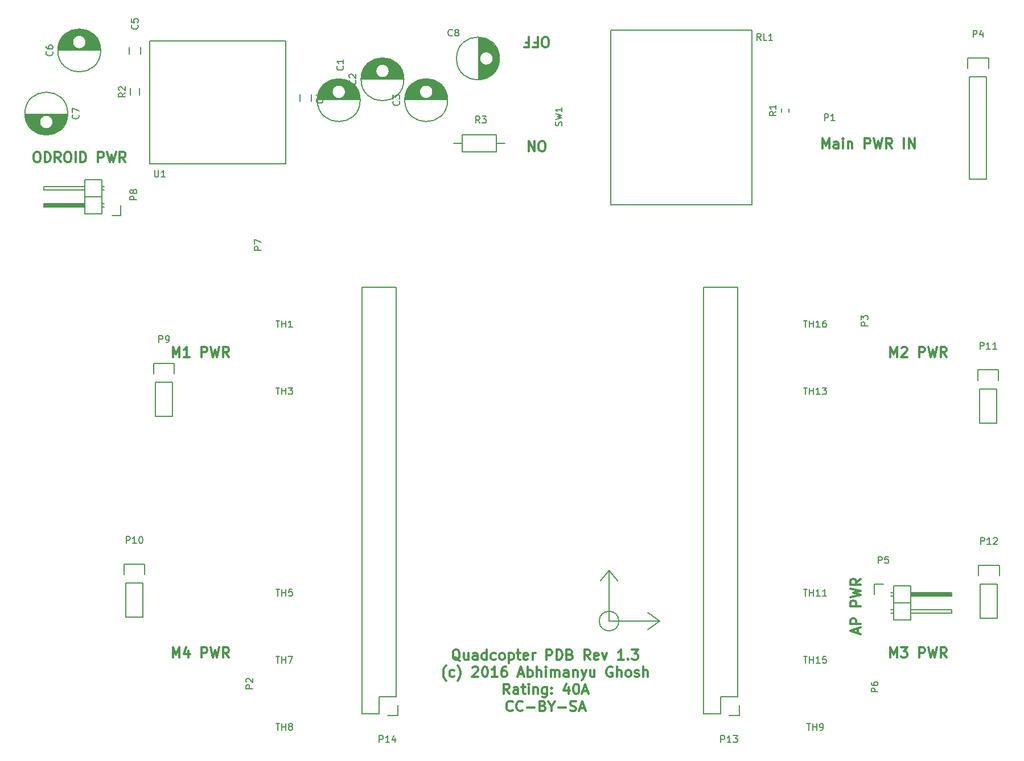
<source format=gbr>
G04 #@! TF.FileFunction,Legend,Top*
%FSLAX46Y46*%
G04 Gerber Fmt 4.6, Leading zero omitted, Abs format (unit mm)*
G04 Created by KiCad (PCBNEW 4.0.5) date Wed Mar 22 03:01:49 2017*
%MOMM*%
%LPD*%
G01*
G04 APERTURE LIST*
%ADD10C,0.100000*%
%ADD11C,0.300000*%
%ADD12C,0.200000*%
%ADD13C,0.150000*%
G04 APERTURE END LIST*
D10*
D11*
X199500000Y-129285714D02*
X199500000Y-128571428D01*
X199928571Y-129428571D02*
X198428571Y-128928571D01*
X199928571Y-128428571D01*
X199928571Y-127928571D02*
X198428571Y-127928571D01*
X198428571Y-127357143D01*
X198500000Y-127214285D01*
X198571429Y-127142857D01*
X198714286Y-127071428D01*
X198928571Y-127071428D01*
X199071429Y-127142857D01*
X199142857Y-127214285D01*
X199214286Y-127357143D01*
X199214286Y-127928571D01*
X199928571Y-125285714D02*
X198428571Y-125285714D01*
X198428571Y-124714286D01*
X198500000Y-124571428D01*
X198571429Y-124500000D01*
X198714286Y-124428571D01*
X198928571Y-124428571D01*
X199071429Y-124500000D01*
X199142857Y-124571428D01*
X199214286Y-124714286D01*
X199214286Y-125285714D01*
X198428571Y-123928571D02*
X199928571Y-123571428D01*
X198857143Y-123285714D01*
X199928571Y-123000000D01*
X198428571Y-122642857D01*
X199928571Y-121214285D02*
X199214286Y-121714285D01*
X199928571Y-122071428D02*
X198428571Y-122071428D01*
X198428571Y-121500000D01*
X198500000Y-121357142D01*
X198571429Y-121285714D01*
X198714286Y-121214285D01*
X198928571Y-121214285D01*
X199071429Y-121285714D01*
X199142857Y-121357142D01*
X199214286Y-121500000D01*
X199214286Y-122071428D01*
X77285714Y-57678571D02*
X77571428Y-57678571D01*
X77714286Y-57750000D01*
X77857143Y-57892857D01*
X77928571Y-58178571D01*
X77928571Y-58678571D01*
X77857143Y-58964286D01*
X77714286Y-59107143D01*
X77571428Y-59178571D01*
X77285714Y-59178571D01*
X77142857Y-59107143D01*
X77000000Y-58964286D01*
X76928571Y-58678571D01*
X76928571Y-58178571D01*
X77000000Y-57892857D01*
X77142857Y-57750000D01*
X77285714Y-57678571D01*
X78571429Y-59178571D02*
X78571429Y-57678571D01*
X78928572Y-57678571D01*
X79142857Y-57750000D01*
X79285715Y-57892857D01*
X79357143Y-58035714D01*
X79428572Y-58321429D01*
X79428572Y-58535714D01*
X79357143Y-58821429D01*
X79285715Y-58964286D01*
X79142857Y-59107143D01*
X78928572Y-59178571D01*
X78571429Y-59178571D01*
X80928572Y-59178571D02*
X80428572Y-58464286D01*
X80071429Y-59178571D02*
X80071429Y-57678571D01*
X80642857Y-57678571D01*
X80785715Y-57750000D01*
X80857143Y-57821429D01*
X80928572Y-57964286D01*
X80928572Y-58178571D01*
X80857143Y-58321429D01*
X80785715Y-58392857D01*
X80642857Y-58464286D01*
X80071429Y-58464286D01*
X81857143Y-57678571D02*
X82142857Y-57678571D01*
X82285715Y-57750000D01*
X82428572Y-57892857D01*
X82500000Y-58178571D01*
X82500000Y-58678571D01*
X82428572Y-58964286D01*
X82285715Y-59107143D01*
X82142857Y-59178571D01*
X81857143Y-59178571D01*
X81714286Y-59107143D01*
X81571429Y-58964286D01*
X81500000Y-58678571D01*
X81500000Y-58178571D01*
X81571429Y-57892857D01*
X81714286Y-57750000D01*
X81857143Y-57678571D01*
X83142858Y-59178571D02*
X83142858Y-57678571D01*
X83857144Y-59178571D02*
X83857144Y-57678571D01*
X84214287Y-57678571D01*
X84428572Y-57750000D01*
X84571430Y-57892857D01*
X84642858Y-58035714D01*
X84714287Y-58321429D01*
X84714287Y-58535714D01*
X84642858Y-58821429D01*
X84571430Y-58964286D01*
X84428572Y-59107143D01*
X84214287Y-59178571D01*
X83857144Y-59178571D01*
X86500001Y-59178571D02*
X86500001Y-57678571D01*
X87071429Y-57678571D01*
X87214287Y-57750000D01*
X87285715Y-57821429D01*
X87357144Y-57964286D01*
X87357144Y-58178571D01*
X87285715Y-58321429D01*
X87214287Y-58392857D01*
X87071429Y-58464286D01*
X86500001Y-58464286D01*
X87857144Y-57678571D02*
X88214287Y-59178571D01*
X88500001Y-58107143D01*
X88785715Y-59178571D01*
X89142858Y-57678571D01*
X90571430Y-59178571D02*
X90071430Y-58464286D01*
X89714287Y-59178571D02*
X89714287Y-57678571D01*
X90285715Y-57678571D01*
X90428573Y-57750000D01*
X90500001Y-57821429D01*
X90571430Y-57964286D01*
X90571430Y-58178571D01*
X90500001Y-58321429D01*
X90428573Y-58392857D01*
X90285715Y-58464286D01*
X89714287Y-58464286D01*
D12*
X163957738Y-127500000D02*
G75*
G03X163957738Y-127500000I-1457738J0D01*
G01*
X170000000Y-127500000D02*
X168250000Y-128750000D01*
X170000000Y-127500000D02*
X168250000Y-126250000D01*
X162500000Y-127500000D02*
X170000000Y-127500000D01*
X162500000Y-120000000D02*
X163750000Y-121500000D01*
X162500000Y-120000000D02*
X161250000Y-121500000D01*
X162500000Y-127500000D02*
X162500000Y-120000000D01*
D11*
X153178571Y-42071429D02*
X152892857Y-42071429D01*
X152749999Y-42000000D01*
X152607142Y-41857143D01*
X152535714Y-41571429D01*
X152535714Y-41071429D01*
X152607142Y-40785714D01*
X152749999Y-40642857D01*
X152892857Y-40571429D01*
X153178571Y-40571429D01*
X153321428Y-40642857D01*
X153464285Y-40785714D01*
X153535714Y-41071429D01*
X153535714Y-41571429D01*
X153464285Y-41857143D01*
X153321428Y-42000000D01*
X153178571Y-42071429D01*
X151392856Y-41357143D02*
X151892856Y-41357143D01*
X151892856Y-40571429D02*
X151892856Y-42071429D01*
X151178570Y-42071429D01*
X150107142Y-41357143D02*
X150607142Y-41357143D01*
X150607142Y-40571429D02*
X150607142Y-42071429D01*
X149892856Y-42071429D01*
X152678572Y-57571429D02*
X152392858Y-57571429D01*
X152250000Y-57500000D01*
X152107143Y-57357143D01*
X152035715Y-57071429D01*
X152035715Y-56571429D01*
X152107143Y-56285714D01*
X152250000Y-56142857D01*
X152392858Y-56071429D01*
X152678572Y-56071429D01*
X152821429Y-56142857D01*
X152964286Y-56285714D01*
X153035715Y-56571429D01*
X153035715Y-57071429D01*
X152964286Y-57357143D01*
X152821429Y-57500000D01*
X152678572Y-57571429D01*
X151392857Y-56071429D02*
X151392857Y-57571429D01*
X150535714Y-56071429D01*
X150535714Y-57571429D01*
X97607143Y-132928571D02*
X97607143Y-131428571D01*
X98107143Y-132500000D01*
X98607143Y-131428571D01*
X98607143Y-132928571D01*
X99964286Y-131928571D02*
X99964286Y-132928571D01*
X99607143Y-131357143D02*
X99250000Y-132428571D01*
X100178572Y-132428571D01*
X101892857Y-132928571D02*
X101892857Y-131428571D01*
X102464285Y-131428571D01*
X102607143Y-131500000D01*
X102678571Y-131571429D01*
X102750000Y-131714286D01*
X102750000Y-131928571D01*
X102678571Y-132071429D01*
X102607143Y-132142857D01*
X102464285Y-132214286D01*
X101892857Y-132214286D01*
X103250000Y-131428571D02*
X103607143Y-132928571D01*
X103892857Y-131857143D01*
X104178571Y-132928571D01*
X104535714Y-131428571D01*
X105964286Y-132928571D02*
X105464286Y-132214286D01*
X105107143Y-132928571D02*
X105107143Y-131428571D01*
X105678571Y-131428571D01*
X105821429Y-131500000D01*
X105892857Y-131571429D01*
X105964286Y-131714286D01*
X105964286Y-131928571D01*
X105892857Y-132071429D01*
X105821429Y-132142857D01*
X105678571Y-132214286D01*
X105107143Y-132214286D01*
X204357143Y-132928571D02*
X204357143Y-131428571D01*
X204857143Y-132500000D01*
X205357143Y-131428571D01*
X205357143Y-132928571D01*
X205928572Y-131428571D02*
X206857143Y-131428571D01*
X206357143Y-132000000D01*
X206571429Y-132000000D01*
X206714286Y-132071429D01*
X206785715Y-132142857D01*
X206857143Y-132285714D01*
X206857143Y-132642857D01*
X206785715Y-132785714D01*
X206714286Y-132857143D01*
X206571429Y-132928571D01*
X206142857Y-132928571D01*
X206000000Y-132857143D01*
X205928572Y-132785714D01*
X208642857Y-132928571D02*
X208642857Y-131428571D01*
X209214285Y-131428571D01*
X209357143Y-131500000D01*
X209428571Y-131571429D01*
X209500000Y-131714286D01*
X209500000Y-131928571D01*
X209428571Y-132071429D01*
X209357143Y-132142857D01*
X209214285Y-132214286D01*
X208642857Y-132214286D01*
X210000000Y-131428571D02*
X210357143Y-132928571D01*
X210642857Y-131857143D01*
X210928571Y-132928571D01*
X211285714Y-131428571D01*
X212714286Y-132928571D02*
X212214286Y-132214286D01*
X211857143Y-132928571D02*
X211857143Y-131428571D01*
X212428571Y-131428571D01*
X212571429Y-131500000D01*
X212642857Y-131571429D01*
X212714286Y-131714286D01*
X212714286Y-131928571D01*
X212642857Y-132071429D01*
X212571429Y-132142857D01*
X212428571Y-132214286D01*
X211857143Y-132214286D01*
X204357143Y-88178571D02*
X204357143Y-86678571D01*
X204857143Y-87750000D01*
X205357143Y-86678571D01*
X205357143Y-88178571D01*
X206000000Y-86821429D02*
X206071429Y-86750000D01*
X206214286Y-86678571D01*
X206571429Y-86678571D01*
X206714286Y-86750000D01*
X206785715Y-86821429D01*
X206857143Y-86964286D01*
X206857143Y-87107143D01*
X206785715Y-87321429D01*
X205928572Y-88178571D01*
X206857143Y-88178571D01*
X208642857Y-88178571D02*
X208642857Y-86678571D01*
X209214285Y-86678571D01*
X209357143Y-86750000D01*
X209428571Y-86821429D01*
X209500000Y-86964286D01*
X209500000Y-87178571D01*
X209428571Y-87321429D01*
X209357143Y-87392857D01*
X209214285Y-87464286D01*
X208642857Y-87464286D01*
X210000000Y-86678571D02*
X210357143Y-88178571D01*
X210642857Y-87107143D01*
X210928571Y-88178571D01*
X211285714Y-86678571D01*
X212714286Y-88178571D02*
X212214286Y-87464286D01*
X211857143Y-88178571D02*
X211857143Y-86678571D01*
X212428571Y-86678571D01*
X212571429Y-86750000D01*
X212642857Y-86821429D01*
X212714286Y-86964286D01*
X212714286Y-87178571D01*
X212642857Y-87321429D01*
X212571429Y-87392857D01*
X212428571Y-87464286D01*
X211857143Y-87464286D01*
X97607143Y-88178571D02*
X97607143Y-86678571D01*
X98107143Y-87750000D01*
X98607143Y-86678571D01*
X98607143Y-88178571D01*
X100107143Y-88178571D02*
X99250000Y-88178571D01*
X99678572Y-88178571D02*
X99678572Y-86678571D01*
X99535715Y-86892857D01*
X99392857Y-87035714D01*
X99250000Y-87107143D01*
X101892857Y-88178571D02*
X101892857Y-86678571D01*
X102464285Y-86678571D01*
X102607143Y-86750000D01*
X102678571Y-86821429D01*
X102750000Y-86964286D01*
X102750000Y-87178571D01*
X102678571Y-87321429D01*
X102607143Y-87392857D01*
X102464285Y-87464286D01*
X101892857Y-87464286D01*
X103250000Y-86678571D02*
X103607143Y-88178571D01*
X103892857Y-87107143D01*
X104178571Y-88178571D01*
X104535714Y-86678571D01*
X105964286Y-88178571D02*
X105464286Y-87464286D01*
X105107143Y-88178571D02*
X105107143Y-86678571D01*
X105678571Y-86678571D01*
X105821429Y-86750000D01*
X105892857Y-86821429D01*
X105964286Y-86964286D01*
X105964286Y-87178571D01*
X105892857Y-87321429D01*
X105821429Y-87392857D01*
X105678571Y-87464286D01*
X105107143Y-87464286D01*
X194242857Y-57128571D02*
X194242857Y-55628571D01*
X194742857Y-56700000D01*
X195242857Y-55628571D01*
X195242857Y-57128571D01*
X196600000Y-57128571D02*
X196600000Y-56342857D01*
X196528571Y-56200000D01*
X196385714Y-56128571D01*
X196100000Y-56128571D01*
X195957143Y-56200000D01*
X196600000Y-57057143D02*
X196457143Y-57128571D01*
X196100000Y-57128571D01*
X195957143Y-57057143D01*
X195885714Y-56914286D01*
X195885714Y-56771429D01*
X195957143Y-56628571D01*
X196100000Y-56557143D01*
X196457143Y-56557143D01*
X196600000Y-56485714D01*
X197314286Y-57128571D02*
X197314286Y-56128571D01*
X197314286Y-55628571D02*
X197242857Y-55700000D01*
X197314286Y-55771429D01*
X197385714Y-55700000D01*
X197314286Y-55628571D01*
X197314286Y-55771429D01*
X198028572Y-56128571D02*
X198028572Y-57128571D01*
X198028572Y-56271429D02*
X198100000Y-56200000D01*
X198242858Y-56128571D01*
X198457143Y-56128571D01*
X198600000Y-56200000D01*
X198671429Y-56342857D01*
X198671429Y-57128571D01*
X200528572Y-57128571D02*
X200528572Y-55628571D01*
X201100000Y-55628571D01*
X201242858Y-55700000D01*
X201314286Y-55771429D01*
X201385715Y-55914286D01*
X201385715Y-56128571D01*
X201314286Y-56271429D01*
X201242858Y-56342857D01*
X201100000Y-56414286D01*
X200528572Y-56414286D01*
X201885715Y-55628571D02*
X202242858Y-57128571D01*
X202528572Y-56057143D01*
X202814286Y-57128571D01*
X203171429Y-55628571D01*
X204600001Y-57128571D02*
X204100001Y-56414286D01*
X203742858Y-57128571D02*
X203742858Y-55628571D01*
X204314286Y-55628571D01*
X204457144Y-55700000D01*
X204528572Y-55771429D01*
X204600001Y-55914286D01*
X204600001Y-56128571D01*
X204528572Y-56271429D01*
X204457144Y-56342857D01*
X204314286Y-56414286D01*
X203742858Y-56414286D01*
X206385715Y-57128571D02*
X206385715Y-55628571D01*
X207100001Y-57128571D02*
X207100001Y-55628571D01*
X207957144Y-57128571D01*
X207957144Y-55628571D01*
X140335715Y-133396429D02*
X140192858Y-133325000D01*
X140050001Y-133182143D01*
X139835715Y-132967857D01*
X139692858Y-132896429D01*
X139550001Y-132896429D01*
X139621429Y-133253571D02*
X139478572Y-133182143D01*
X139335715Y-133039286D01*
X139264286Y-132753571D01*
X139264286Y-132253571D01*
X139335715Y-131967857D01*
X139478572Y-131825000D01*
X139621429Y-131753571D01*
X139907143Y-131753571D01*
X140050001Y-131825000D01*
X140192858Y-131967857D01*
X140264286Y-132253571D01*
X140264286Y-132753571D01*
X140192858Y-133039286D01*
X140050001Y-133182143D01*
X139907143Y-133253571D01*
X139621429Y-133253571D01*
X141550001Y-132253571D02*
X141550001Y-133253571D01*
X140907144Y-132253571D02*
X140907144Y-133039286D01*
X140978572Y-133182143D01*
X141121430Y-133253571D01*
X141335715Y-133253571D01*
X141478572Y-133182143D01*
X141550001Y-133110714D01*
X142907144Y-133253571D02*
X142907144Y-132467857D01*
X142835715Y-132325000D01*
X142692858Y-132253571D01*
X142407144Y-132253571D01*
X142264287Y-132325000D01*
X142907144Y-133182143D02*
X142764287Y-133253571D01*
X142407144Y-133253571D01*
X142264287Y-133182143D01*
X142192858Y-133039286D01*
X142192858Y-132896429D01*
X142264287Y-132753571D01*
X142407144Y-132682143D01*
X142764287Y-132682143D01*
X142907144Y-132610714D01*
X144264287Y-133253571D02*
X144264287Y-131753571D01*
X144264287Y-133182143D02*
X144121430Y-133253571D01*
X143835716Y-133253571D01*
X143692858Y-133182143D01*
X143621430Y-133110714D01*
X143550001Y-132967857D01*
X143550001Y-132539286D01*
X143621430Y-132396429D01*
X143692858Y-132325000D01*
X143835716Y-132253571D01*
X144121430Y-132253571D01*
X144264287Y-132325000D01*
X145621430Y-133182143D02*
X145478573Y-133253571D01*
X145192859Y-133253571D01*
X145050001Y-133182143D01*
X144978573Y-133110714D01*
X144907144Y-132967857D01*
X144907144Y-132539286D01*
X144978573Y-132396429D01*
X145050001Y-132325000D01*
X145192859Y-132253571D01*
X145478573Y-132253571D01*
X145621430Y-132325000D01*
X146478573Y-133253571D02*
X146335715Y-133182143D01*
X146264287Y-133110714D01*
X146192858Y-132967857D01*
X146192858Y-132539286D01*
X146264287Y-132396429D01*
X146335715Y-132325000D01*
X146478573Y-132253571D01*
X146692858Y-132253571D01*
X146835715Y-132325000D01*
X146907144Y-132396429D01*
X146978573Y-132539286D01*
X146978573Y-132967857D01*
X146907144Y-133110714D01*
X146835715Y-133182143D01*
X146692858Y-133253571D01*
X146478573Y-133253571D01*
X147621430Y-132253571D02*
X147621430Y-133753571D01*
X147621430Y-132325000D02*
X147764287Y-132253571D01*
X148050001Y-132253571D01*
X148192858Y-132325000D01*
X148264287Y-132396429D01*
X148335716Y-132539286D01*
X148335716Y-132967857D01*
X148264287Y-133110714D01*
X148192858Y-133182143D01*
X148050001Y-133253571D01*
X147764287Y-133253571D01*
X147621430Y-133182143D01*
X148764287Y-132253571D02*
X149335716Y-132253571D01*
X148978573Y-131753571D02*
X148978573Y-133039286D01*
X149050001Y-133182143D01*
X149192859Y-133253571D01*
X149335716Y-133253571D01*
X150407144Y-133182143D02*
X150264287Y-133253571D01*
X149978573Y-133253571D01*
X149835716Y-133182143D01*
X149764287Y-133039286D01*
X149764287Y-132467857D01*
X149835716Y-132325000D01*
X149978573Y-132253571D01*
X150264287Y-132253571D01*
X150407144Y-132325000D01*
X150478573Y-132467857D01*
X150478573Y-132610714D01*
X149764287Y-132753571D01*
X151121430Y-133253571D02*
X151121430Y-132253571D01*
X151121430Y-132539286D02*
X151192858Y-132396429D01*
X151264287Y-132325000D01*
X151407144Y-132253571D01*
X151550001Y-132253571D01*
X153192858Y-133253571D02*
X153192858Y-131753571D01*
X153764286Y-131753571D01*
X153907144Y-131825000D01*
X153978572Y-131896429D01*
X154050001Y-132039286D01*
X154050001Y-132253571D01*
X153978572Y-132396429D01*
X153907144Y-132467857D01*
X153764286Y-132539286D01*
X153192858Y-132539286D01*
X154692858Y-133253571D02*
X154692858Y-131753571D01*
X155050001Y-131753571D01*
X155264286Y-131825000D01*
X155407144Y-131967857D01*
X155478572Y-132110714D01*
X155550001Y-132396429D01*
X155550001Y-132610714D01*
X155478572Y-132896429D01*
X155407144Y-133039286D01*
X155264286Y-133182143D01*
X155050001Y-133253571D01*
X154692858Y-133253571D01*
X156692858Y-132467857D02*
X156907144Y-132539286D01*
X156978572Y-132610714D01*
X157050001Y-132753571D01*
X157050001Y-132967857D01*
X156978572Y-133110714D01*
X156907144Y-133182143D01*
X156764286Y-133253571D01*
X156192858Y-133253571D01*
X156192858Y-131753571D01*
X156692858Y-131753571D01*
X156835715Y-131825000D01*
X156907144Y-131896429D01*
X156978572Y-132039286D01*
X156978572Y-132182143D01*
X156907144Y-132325000D01*
X156835715Y-132396429D01*
X156692858Y-132467857D01*
X156192858Y-132467857D01*
X159692858Y-133253571D02*
X159192858Y-132539286D01*
X158835715Y-133253571D02*
X158835715Y-131753571D01*
X159407143Y-131753571D01*
X159550001Y-131825000D01*
X159621429Y-131896429D01*
X159692858Y-132039286D01*
X159692858Y-132253571D01*
X159621429Y-132396429D01*
X159550001Y-132467857D01*
X159407143Y-132539286D01*
X158835715Y-132539286D01*
X160907143Y-133182143D02*
X160764286Y-133253571D01*
X160478572Y-133253571D01*
X160335715Y-133182143D01*
X160264286Y-133039286D01*
X160264286Y-132467857D01*
X160335715Y-132325000D01*
X160478572Y-132253571D01*
X160764286Y-132253571D01*
X160907143Y-132325000D01*
X160978572Y-132467857D01*
X160978572Y-132610714D01*
X160264286Y-132753571D01*
X161478572Y-132253571D02*
X161835715Y-133253571D01*
X162192857Y-132253571D01*
X164692857Y-133253571D02*
X163835714Y-133253571D01*
X164264286Y-133253571D02*
X164264286Y-131753571D01*
X164121429Y-131967857D01*
X163978571Y-132110714D01*
X163835714Y-132182143D01*
X165335714Y-133110714D02*
X165407142Y-133182143D01*
X165335714Y-133253571D01*
X165264285Y-133182143D01*
X165335714Y-133110714D01*
X165335714Y-133253571D01*
X165907143Y-131753571D02*
X166835714Y-131753571D01*
X166335714Y-132325000D01*
X166550000Y-132325000D01*
X166692857Y-132396429D01*
X166764286Y-132467857D01*
X166835714Y-132610714D01*
X166835714Y-132967857D01*
X166764286Y-133110714D01*
X166692857Y-133182143D01*
X166550000Y-133253571D01*
X166121428Y-133253571D01*
X165978571Y-133182143D01*
X165907143Y-133110714D01*
X138264286Y-136375000D02*
X138192858Y-136303571D01*
X138050001Y-136089286D01*
X137978572Y-135946429D01*
X137907143Y-135732143D01*
X137835715Y-135375000D01*
X137835715Y-135089286D01*
X137907143Y-134732143D01*
X137978572Y-134517857D01*
X138050001Y-134375000D01*
X138192858Y-134160714D01*
X138264286Y-134089286D01*
X139478572Y-135732143D02*
X139335715Y-135803571D01*
X139050001Y-135803571D01*
X138907143Y-135732143D01*
X138835715Y-135660714D01*
X138764286Y-135517857D01*
X138764286Y-135089286D01*
X138835715Y-134946429D01*
X138907143Y-134875000D01*
X139050001Y-134803571D01*
X139335715Y-134803571D01*
X139478572Y-134875000D01*
X139978572Y-136375000D02*
X140050000Y-136303571D01*
X140192857Y-136089286D01*
X140264286Y-135946429D01*
X140335715Y-135732143D01*
X140407143Y-135375000D01*
X140407143Y-135089286D01*
X140335715Y-134732143D01*
X140264286Y-134517857D01*
X140192857Y-134375000D01*
X140050000Y-134160714D01*
X139978572Y-134089286D01*
X142192857Y-134446429D02*
X142264286Y-134375000D01*
X142407143Y-134303571D01*
X142764286Y-134303571D01*
X142907143Y-134375000D01*
X142978572Y-134446429D01*
X143050000Y-134589286D01*
X143050000Y-134732143D01*
X142978572Y-134946429D01*
X142121429Y-135803571D01*
X143050000Y-135803571D01*
X143978571Y-134303571D02*
X144121428Y-134303571D01*
X144264285Y-134375000D01*
X144335714Y-134446429D01*
X144407143Y-134589286D01*
X144478571Y-134875000D01*
X144478571Y-135232143D01*
X144407143Y-135517857D01*
X144335714Y-135660714D01*
X144264285Y-135732143D01*
X144121428Y-135803571D01*
X143978571Y-135803571D01*
X143835714Y-135732143D01*
X143764285Y-135660714D01*
X143692857Y-135517857D01*
X143621428Y-135232143D01*
X143621428Y-134875000D01*
X143692857Y-134589286D01*
X143764285Y-134446429D01*
X143835714Y-134375000D01*
X143978571Y-134303571D01*
X145907142Y-135803571D02*
X145049999Y-135803571D01*
X145478571Y-135803571D02*
X145478571Y-134303571D01*
X145335714Y-134517857D01*
X145192856Y-134660714D01*
X145049999Y-134732143D01*
X147192856Y-134303571D02*
X146907142Y-134303571D01*
X146764285Y-134375000D01*
X146692856Y-134446429D01*
X146549999Y-134660714D01*
X146478570Y-134946429D01*
X146478570Y-135517857D01*
X146549999Y-135660714D01*
X146621427Y-135732143D01*
X146764285Y-135803571D01*
X147049999Y-135803571D01*
X147192856Y-135732143D01*
X147264285Y-135660714D01*
X147335713Y-135517857D01*
X147335713Y-135160714D01*
X147264285Y-135017857D01*
X147192856Y-134946429D01*
X147049999Y-134875000D01*
X146764285Y-134875000D01*
X146621427Y-134946429D01*
X146549999Y-135017857D01*
X146478570Y-135160714D01*
X149049998Y-135375000D02*
X149764284Y-135375000D01*
X148907141Y-135803571D02*
X149407141Y-134303571D01*
X149907141Y-135803571D01*
X150407141Y-135803571D02*
X150407141Y-134303571D01*
X150407141Y-134875000D02*
X150549998Y-134803571D01*
X150835712Y-134803571D01*
X150978569Y-134875000D01*
X151049998Y-134946429D01*
X151121427Y-135089286D01*
X151121427Y-135517857D01*
X151049998Y-135660714D01*
X150978569Y-135732143D01*
X150835712Y-135803571D01*
X150549998Y-135803571D01*
X150407141Y-135732143D01*
X151764284Y-135803571D02*
X151764284Y-134303571D01*
X152407141Y-135803571D02*
X152407141Y-135017857D01*
X152335712Y-134875000D01*
X152192855Y-134803571D01*
X151978570Y-134803571D01*
X151835712Y-134875000D01*
X151764284Y-134946429D01*
X153121427Y-135803571D02*
X153121427Y-134803571D01*
X153121427Y-134303571D02*
X153049998Y-134375000D01*
X153121427Y-134446429D01*
X153192855Y-134375000D01*
X153121427Y-134303571D01*
X153121427Y-134446429D01*
X153835713Y-135803571D02*
X153835713Y-134803571D01*
X153835713Y-134946429D02*
X153907141Y-134875000D01*
X154049999Y-134803571D01*
X154264284Y-134803571D01*
X154407141Y-134875000D01*
X154478570Y-135017857D01*
X154478570Y-135803571D01*
X154478570Y-135017857D02*
X154549999Y-134875000D01*
X154692856Y-134803571D01*
X154907141Y-134803571D01*
X155049999Y-134875000D01*
X155121427Y-135017857D01*
X155121427Y-135803571D01*
X156478570Y-135803571D02*
X156478570Y-135017857D01*
X156407141Y-134875000D01*
X156264284Y-134803571D01*
X155978570Y-134803571D01*
X155835713Y-134875000D01*
X156478570Y-135732143D02*
X156335713Y-135803571D01*
X155978570Y-135803571D01*
X155835713Y-135732143D01*
X155764284Y-135589286D01*
X155764284Y-135446429D01*
X155835713Y-135303571D01*
X155978570Y-135232143D01*
X156335713Y-135232143D01*
X156478570Y-135160714D01*
X157192856Y-134803571D02*
X157192856Y-135803571D01*
X157192856Y-134946429D02*
X157264284Y-134875000D01*
X157407142Y-134803571D01*
X157621427Y-134803571D01*
X157764284Y-134875000D01*
X157835713Y-135017857D01*
X157835713Y-135803571D01*
X158407142Y-134803571D02*
X158764285Y-135803571D01*
X159121427Y-134803571D02*
X158764285Y-135803571D01*
X158621427Y-136160714D01*
X158549999Y-136232143D01*
X158407142Y-136303571D01*
X160335713Y-134803571D02*
X160335713Y-135803571D01*
X159692856Y-134803571D02*
X159692856Y-135589286D01*
X159764284Y-135732143D01*
X159907142Y-135803571D01*
X160121427Y-135803571D01*
X160264284Y-135732143D01*
X160335713Y-135660714D01*
X162978570Y-134375000D02*
X162835713Y-134303571D01*
X162621427Y-134303571D01*
X162407142Y-134375000D01*
X162264284Y-134517857D01*
X162192856Y-134660714D01*
X162121427Y-134946429D01*
X162121427Y-135160714D01*
X162192856Y-135446429D01*
X162264284Y-135589286D01*
X162407142Y-135732143D01*
X162621427Y-135803571D01*
X162764284Y-135803571D01*
X162978570Y-135732143D01*
X163049999Y-135660714D01*
X163049999Y-135160714D01*
X162764284Y-135160714D01*
X163692856Y-135803571D02*
X163692856Y-134303571D01*
X164335713Y-135803571D02*
X164335713Y-135017857D01*
X164264284Y-134875000D01*
X164121427Y-134803571D01*
X163907142Y-134803571D01*
X163764284Y-134875000D01*
X163692856Y-134946429D01*
X165264285Y-135803571D02*
X165121427Y-135732143D01*
X165049999Y-135660714D01*
X164978570Y-135517857D01*
X164978570Y-135089286D01*
X165049999Y-134946429D01*
X165121427Y-134875000D01*
X165264285Y-134803571D01*
X165478570Y-134803571D01*
X165621427Y-134875000D01*
X165692856Y-134946429D01*
X165764285Y-135089286D01*
X165764285Y-135517857D01*
X165692856Y-135660714D01*
X165621427Y-135732143D01*
X165478570Y-135803571D01*
X165264285Y-135803571D01*
X166335713Y-135732143D02*
X166478570Y-135803571D01*
X166764285Y-135803571D01*
X166907142Y-135732143D01*
X166978570Y-135589286D01*
X166978570Y-135517857D01*
X166907142Y-135375000D01*
X166764285Y-135303571D01*
X166549999Y-135303571D01*
X166407142Y-135232143D01*
X166335713Y-135089286D01*
X166335713Y-135017857D01*
X166407142Y-134875000D01*
X166549999Y-134803571D01*
X166764285Y-134803571D01*
X166907142Y-134875000D01*
X167621428Y-135803571D02*
X167621428Y-134303571D01*
X168264285Y-135803571D02*
X168264285Y-135017857D01*
X168192856Y-134875000D01*
X168049999Y-134803571D01*
X167835714Y-134803571D01*
X167692856Y-134875000D01*
X167621428Y-134946429D01*
X147692858Y-138353571D02*
X147192858Y-137639286D01*
X146835715Y-138353571D02*
X146835715Y-136853571D01*
X147407143Y-136853571D01*
X147550001Y-136925000D01*
X147621429Y-136996429D01*
X147692858Y-137139286D01*
X147692858Y-137353571D01*
X147621429Y-137496429D01*
X147550001Y-137567857D01*
X147407143Y-137639286D01*
X146835715Y-137639286D01*
X148978572Y-138353571D02*
X148978572Y-137567857D01*
X148907143Y-137425000D01*
X148764286Y-137353571D01*
X148478572Y-137353571D01*
X148335715Y-137425000D01*
X148978572Y-138282143D02*
X148835715Y-138353571D01*
X148478572Y-138353571D01*
X148335715Y-138282143D01*
X148264286Y-138139286D01*
X148264286Y-137996429D01*
X148335715Y-137853571D01*
X148478572Y-137782143D01*
X148835715Y-137782143D01*
X148978572Y-137710714D01*
X149478572Y-137353571D02*
X150050001Y-137353571D01*
X149692858Y-136853571D02*
X149692858Y-138139286D01*
X149764286Y-138282143D01*
X149907144Y-138353571D01*
X150050001Y-138353571D01*
X150550001Y-138353571D02*
X150550001Y-137353571D01*
X150550001Y-136853571D02*
X150478572Y-136925000D01*
X150550001Y-136996429D01*
X150621429Y-136925000D01*
X150550001Y-136853571D01*
X150550001Y-136996429D01*
X151264287Y-137353571D02*
X151264287Y-138353571D01*
X151264287Y-137496429D02*
X151335715Y-137425000D01*
X151478573Y-137353571D01*
X151692858Y-137353571D01*
X151835715Y-137425000D01*
X151907144Y-137567857D01*
X151907144Y-138353571D01*
X153264287Y-137353571D02*
X153264287Y-138567857D01*
X153192858Y-138710714D01*
X153121430Y-138782143D01*
X152978573Y-138853571D01*
X152764287Y-138853571D01*
X152621430Y-138782143D01*
X153264287Y-138282143D02*
X153121430Y-138353571D01*
X152835716Y-138353571D01*
X152692858Y-138282143D01*
X152621430Y-138210714D01*
X152550001Y-138067857D01*
X152550001Y-137639286D01*
X152621430Y-137496429D01*
X152692858Y-137425000D01*
X152835716Y-137353571D01*
X153121430Y-137353571D01*
X153264287Y-137425000D01*
X153978573Y-138210714D02*
X154050001Y-138282143D01*
X153978573Y-138353571D01*
X153907144Y-138282143D01*
X153978573Y-138210714D01*
X153978573Y-138353571D01*
X153978573Y-137425000D02*
X154050001Y-137496429D01*
X153978573Y-137567857D01*
X153907144Y-137496429D01*
X153978573Y-137425000D01*
X153978573Y-137567857D01*
X156478573Y-137353571D02*
X156478573Y-138353571D01*
X156121430Y-136782143D02*
X155764287Y-137853571D01*
X156692859Y-137853571D01*
X157550001Y-136853571D02*
X157692858Y-136853571D01*
X157835715Y-136925000D01*
X157907144Y-136996429D01*
X157978573Y-137139286D01*
X158050001Y-137425000D01*
X158050001Y-137782143D01*
X157978573Y-138067857D01*
X157907144Y-138210714D01*
X157835715Y-138282143D01*
X157692858Y-138353571D01*
X157550001Y-138353571D01*
X157407144Y-138282143D01*
X157335715Y-138210714D01*
X157264287Y-138067857D01*
X157192858Y-137782143D01*
X157192858Y-137425000D01*
X157264287Y-137139286D01*
X157335715Y-136996429D01*
X157407144Y-136925000D01*
X157550001Y-136853571D01*
X158621429Y-137925000D02*
X159335715Y-137925000D01*
X158478572Y-138353571D02*
X158978572Y-136853571D01*
X159478572Y-138353571D01*
X148157144Y-140760714D02*
X148085715Y-140832143D01*
X147871429Y-140903571D01*
X147728572Y-140903571D01*
X147514287Y-140832143D01*
X147371429Y-140689286D01*
X147300001Y-140546429D01*
X147228572Y-140260714D01*
X147228572Y-140046429D01*
X147300001Y-139760714D01*
X147371429Y-139617857D01*
X147514287Y-139475000D01*
X147728572Y-139403571D01*
X147871429Y-139403571D01*
X148085715Y-139475000D01*
X148157144Y-139546429D01*
X149657144Y-140760714D02*
X149585715Y-140832143D01*
X149371429Y-140903571D01*
X149228572Y-140903571D01*
X149014287Y-140832143D01*
X148871429Y-140689286D01*
X148800001Y-140546429D01*
X148728572Y-140260714D01*
X148728572Y-140046429D01*
X148800001Y-139760714D01*
X148871429Y-139617857D01*
X149014287Y-139475000D01*
X149228572Y-139403571D01*
X149371429Y-139403571D01*
X149585715Y-139475000D01*
X149657144Y-139546429D01*
X150300001Y-140332143D02*
X151442858Y-140332143D01*
X152657144Y-140117857D02*
X152871430Y-140189286D01*
X152942858Y-140260714D01*
X153014287Y-140403571D01*
X153014287Y-140617857D01*
X152942858Y-140760714D01*
X152871430Y-140832143D01*
X152728572Y-140903571D01*
X152157144Y-140903571D01*
X152157144Y-139403571D01*
X152657144Y-139403571D01*
X152800001Y-139475000D01*
X152871430Y-139546429D01*
X152942858Y-139689286D01*
X152942858Y-139832143D01*
X152871430Y-139975000D01*
X152800001Y-140046429D01*
X152657144Y-140117857D01*
X152157144Y-140117857D01*
X153942858Y-140189286D02*
X153942858Y-140903571D01*
X153442858Y-139403571D02*
X153942858Y-140189286D01*
X154442858Y-139403571D01*
X154942858Y-140332143D02*
X156085715Y-140332143D01*
X156728572Y-140832143D02*
X156942858Y-140903571D01*
X157300001Y-140903571D01*
X157442858Y-140832143D01*
X157514287Y-140760714D01*
X157585715Y-140617857D01*
X157585715Y-140475000D01*
X157514287Y-140332143D01*
X157442858Y-140260714D01*
X157300001Y-140189286D01*
X157014287Y-140117857D01*
X156871429Y-140046429D01*
X156800001Y-139975000D01*
X156728572Y-139832143D01*
X156728572Y-139689286D01*
X156800001Y-139546429D01*
X156871429Y-139475000D01*
X157014287Y-139403571D01*
X157371429Y-139403571D01*
X157585715Y-139475000D01*
X158157143Y-140475000D02*
X158871429Y-140475000D01*
X158014286Y-140903571D02*
X158514286Y-139403571D01*
X159014286Y-140903571D01*
D13*
X143075000Y-40601000D02*
X143075000Y-46899000D01*
X143215000Y-40607000D02*
X143215000Y-46893000D01*
X143355000Y-40620000D02*
X143355000Y-43304000D01*
X143355000Y-44196000D02*
X143355000Y-46880000D01*
X143495000Y-40639000D02*
X143495000Y-43094000D01*
X143495000Y-44406000D02*
X143495000Y-46861000D01*
X143635000Y-40665000D02*
X143635000Y-42961000D01*
X143635000Y-44539000D02*
X143635000Y-46835000D01*
X143775000Y-40697000D02*
X143775000Y-42870000D01*
X143775000Y-44630000D02*
X143775000Y-46803000D01*
X143915000Y-40736000D02*
X143915000Y-42808000D01*
X143915000Y-44692000D02*
X143915000Y-46764000D01*
X144055000Y-40782000D02*
X144055000Y-42769000D01*
X144055000Y-44731000D02*
X144055000Y-46718000D01*
X144195000Y-40835000D02*
X144195000Y-42752000D01*
X144195000Y-44748000D02*
X144195000Y-46665000D01*
X144335000Y-40897000D02*
X144335000Y-42754000D01*
X144335000Y-44746000D02*
X144335000Y-46603000D01*
X144475000Y-40967000D02*
X144475000Y-42776000D01*
X144475000Y-44724000D02*
X144475000Y-46533000D01*
X144615000Y-41046000D02*
X144615000Y-42819000D01*
X144615000Y-44681000D02*
X144615000Y-46454000D01*
X144755000Y-41134000D02*
X144755000Y-42887000D01*
X144755000Y-44613000D02*
X144755000Y-46366000D01*
X144895000Y-41234000D02*
X144895000Y-42986000D01*
X144895000Y-44514000D02*
X144895000Y-46266000D01*
X145035000Y-41346000D02*
X145035000Y-43131000D01*
X145035000Y-44369000D02*
X145035000Y-46154000D01*
X145175000Y-41471000D02*
X145175000Y-43370000D01*
X145175000Y-44130000D02*
X145175000Y-46029000D01*
X145315000Y-41614000D02*
X145315000Y-45886000D01*
X145455000Y-41776000D02*
X145455000Y-45724000D01*
X145595000Y-41964000D02*
X145595000Y-45536000D01*
X145735000Y-42187000D02*
X145735000Y-45313000D01*
X145875000Y-42463000D02*
X145875000Y-45037000D01*
X146015000Y-42838000D02*
X146015000Y-44662000D01*
X145250000Y-43750000D02*
G75*
G03X145250000Y-43750000I-1000000J0D01*
G01*
X146187500Y-43750000D02*
G75*
G03X146187500Y-43750000I-3187500J0D01*
G01*
X132151000Y-49875000D02*
X138449000Y-49875000D01*
X132157000Y-49735000D02*
X138443000Y-49735000D01*
X132170000Y-49595000D02*
X134854000Y-49595000D01*
X135746000Y-49595000D02*
X138430000Y-49595000D01*
X132189000Y-49455000D02*
X134644000Y-49455000D01*
X135956000Y-49455000D02*
X138411000Y-49455000D01*
X132215000Y-49315000D02*
X134511000Y-49315000D01*
X136089000Y-49315000D02*
X138385000Y-49315000D01*
X132247000Y-49175000D02*
X134420000Y-49175000D01*
X136180000Y-49175000D02*
X138353000Y-49175000D01*
X132286000Y-49035000D02*
X134358000Y-49035000D01*
X136242000Y-49035000D02*
X138314000Y-49035000D01*
X132332000Y-48895000D02*
X134319000Y-48895000D01*
X136281000Y-48895000D02*
X138268000Y-48895000D01*
X132385000Y-48755000D02*
X134302000Y-48755000D01*
X136298000Y-48755000D02*
X138215000Y-48755000D01*
X132447000Y-48615000D02*
X134304000Y-48615000D01*
X136296000Y-48615000D02*
X138153000Y-48615000D01*
X132517000Y-48475000D02*
X134326000Y-48475000D01*
X136274000Y-48475000D02*
X138083000Y-48475000D01*
X132596000Y-48335000D02*
X134369000Y-48335000D01*
X136231000Y-48335000D02*
X138004000Y-48335000D01*
X132684000Y-48195000D02*
X134437000Y-48195000D01*
X136163000Y-48195000D02*
X137916000Y-48195000D01*
X132784000Y-48055000D02*
X134536000Y-48055000D01*
X136064000Y-48055000D02*
X137816000Y-48055000D01*
X132896000Y-47915000D02*
X134681000Y-47915000D01*
X135919000Y-47915000D02*
X137704000Y-47915000D01*
X133021000Y-47775000D02*
X134920000Y-47775000D01*
X135680000Y-47775000D02*
X137579000Y-47775000D01*
X133164000Y-47635000D02*
X137436000Y-47635000D01*
X133326000Y-47495000D02*
X137274000Y-47495000D01*
X133514000Y-47355000D02*
X137086000Y-47355000D01*
X133737000Y-47215000D02*
X136863000Y-47215000D01*
X134013000Y-47075000D02*
X136587000Y-47075000D01*
X134388000Y-46935000D02*
X136212000Y-46935000D01*
X136300000Y-48700000D02*
G75*
G03X136300000Y-48700000I-1000000J0D01*
G01*
X138487500Y-49950000D02*
G75*
G03X138487500Y-49950000I-3187500J0D01*
G01*
X119151000Y-49875000D02*
X125449000Y-49875000D01*
X119157000Y-49735000D02*
X125443000Y-49735000D01*
X119170000Y-49595000D02*
X121854000Y-49595000D01*
X122746000Y-49595000D02*
X125430000Y-49595000D01*
X119189000Y-49455000D02*
X121644000Y-49455000D01*
X122956000Y-49455000D02*
X125411000Y-49455000D01*
X119215000Y-49315000D02*
X121511000Y-49315000D01*
X123089000Y-49315000D02*
X125385000Y-49315000D01*
X119247000Y-49175000D02*
X121420000Y-49175000D01*
X123180000Y-49175000D02*
X125353000Y-49175000D01*
X119286000Y-49035000D02*
X121358000Y-49035000D01*
X123242000Y-49035000D02*
X125314000Y-49035000D01*
X119332000Y-48895000D02*
X121319000Y-48895000D01*
X123281000Y-48895000D02*
X125268000Y-48895000D01*
X119385000Y-48755000D02*
X121302000Y-48755000D01*
X123298000Y-48755000D02*
X125215000Y-48755000D01*
X119447000Y-48615000D02*
X121304000Y-48615000D01*
X123296000Y-48615000D02*
X125153000Y-48615000D01*
X119517000Y-48475000D02*
X121326000Y-48475000D01*
X123274000Y-48475000D02*
X125083000Y-48475000D01*
X119596000Y-48335000D02*
X121369000Y-48335000D01*
X123231000Y-48335000D02*
X125004000Y-48335000D01*
X119684000Y-48195000D02*
X121437000Y-48195000D01*
X123163000Y-48195000D02*
X124916000Y-48195000D01*
X119784000Y-48055000D02*
X121536000Y-48055000D01*
X123064000Y-48055000D02*
X124816000Y-48055000D01*
X119896000Y-47915000D02*
X121681000Y-47915000D01*
X122919000Y-47915000D02*
X124704000Y-47915000D01*
X120021000Y-47775000D02*
X121920000Y-47775000D01*
X122680000Y-47775000D02*
X124579000Y-47775000D01*
X120164000Y-47635000D02*
X124436000Y-47635000D01*
X120326000Y-47495000D02*
X124274000Y-47495000D01*
X120514000Y-47355000D02*
X124086000Y-47355000D01*
X120737000Y-47215000D02*
X123863000Y-47215000D01*
X121013000Y-47075000D02*
X123587000Y-47075000D01*
X121388000Y-46935000D02*
X123212000Y-46935000D01*
X123300000Y-48700000D02*
G75*
G03X123300000Y-48700000I-1000000J0D01*
G01*
X125487500Y-49950000D02*
G75*
G03X125487500Y-49950000I-3187500J0D01*
G01*
X125651000Y-46775000D02*
X131949000Y-46775000D01*
X125657000Y-46635000D02*
X131943000Y-46635000D01*
X125670000Y-46495000D02*
X128354000Y-46495000D01*
X129246000Y-46495000D02*
X131930000Y-46495000D01*
X125689000Y-46355000D02*
X128144000Y-46355000D01*
X129456000Y-46355000D02*
X131911000Y-46355000D01*
X125715000Y-46215000D02*
X128011000Y-46215000D01*
X129589000Y-46215000D02*
X131885000Y-46215000D01*
X125747000Y-46075000D02*
X127920000Y-46075000D01*
X129680000Y-46075000D02*
X131853000Y-46075000D01*
X125786000Y-45935000D02*
X127858000Y-45935000D01*
X129742000Y-45935000D02*
X131814000Y-45935000D01*
X125832000Y-45795000D02*
X127819000Y-45795000D01*
X129781000Y-45795000D02*
X131768000Y-45795000D01*
X125885000Y-45655000D02*
X127802000Y-45655000D01*
X129798000Y-45655000D02*
X131715000Y-45655000D01*
X125947000Y-45515000D02*
X127804000Y-45515000D01*
X129796000Y-45515000D02*
X131653000Y-45515000D01*
X126017000Y-45375000D02*
X127826000Y-45375000D01*
X129774000Y-45375000D02*
X131583000Y-45375000D01*
X126096000Y-45235000D02*
X127869000Y-45235000D01*
X129731000Y-45235000D02*
X131504000Y-45235000D01*
X126184000Y-45095000D02*
X127937000Y-45095000D01*
X129663000Y-45095000D02*
X131416000Y-45095000D01*
X126284000Y-44955000D02*
X128036000Y-44955000D01*
X129564000Y-44955000D02*
X131316000Y-44955000D01*
X126396000Y-44815000D02*
X128181000Y-44815000D01*
X129419000Y-44815000D02*
X131204000Y-44815000D01*
X126521000Y-44675000D02*
X128420000Y-44675000D01*
X129180000Y-44675000D02*
X131079000Y-44675000D01*
X126664000Y-44535000D02*
X130936000Y-44535000D01*
X126826000Y-44395000D02*
X130774000Y-44395000D01*
X127014000Y-44255000D02*
X130586000Y-44255000D01*
X127237000Y-44115000D02*
X130363000Y-44115000D01*
X127513000Y-43975000D02*
X130087000Y-43975000D01*
X127888000Y-43835000D02*
X129712000Y-43835000D01*
X129800000Y-45600000D02*
G75*
G03X129800000Y-45600000I-1000000J0D01*
G01*
X131987500Y-46850000D02*
G75*
G03X131987500Y-46850000I-3187500J0D01*
G01*
X92850000Y-43100000D02*
X92850000Y-42100000D01*
X91150000Y-42100000D02*
X91150000Y-43100000D01*
X81949000Y-52025000D02*
X75651000Y-52025000D01*
X81943000Y-52165000D02*
X75657000Y-52165000D01*
X81930000Y-52305000D02*
X79246000Y-52305000D01*
X78354000Y-52305000D02*
X75670000Y-52305000D01*
X81911000Y-52445000D02*
X79456000Y-52445000D01*
X78144000Y-52445000D02*
X75689000Y-52445000D01*
X81885000Y-52585000D02*
X79589000Y-52585000D01*
X78011000Y-52585000D02*
X75715000Y-52585000D01*
X81853000Y-52725000D02*
X79680000Y-52725000D01*
X77920000Y-52725000D02*
X75747000Y-52725000D01*
X81814000Y-52865000D02*
X79742000Y-52865000D01*
X77858000Y-52865000D02*
X75786000Y-52865000D01*
X81768000Y-53005000D02*
X79781000Y-53005000D01*
X77819000Y-53005000D02*
X75832000Y-53005000D01*
X81715000Y-53145000D02*
X79798000Y-53145000D01*
X77802000Y-53145000D02*
X75885000Y-53145000D01*
X81653000Y-53285000D02*
X79796000Y-53285000D01*
X77804000Y-53285000D02*
X75947000Y-53285000D01*
X81583000Y-53425000D02*
X79774000Y-53425000D01*
X77826000Y-53425000D02*
X76017000Y-53425000D01*
X81504000Y-53565000D02*
X79731000Y-53565000D01*
X77869000Y-53565000D02*
X76096000Y-53565000D01*
X81416000Y-53705000D02*
X79663000Y-53705000D01*
X77937000Y-53705000D02*
X76184000Y-53705000D01*
X81316000Y-53845000D02*
X79564000Y-53845000D01*
X78036000Y-53845000D02*
X76284000Y-53845000D01*
X81204000Y-53985000D02*
X79419000Y-53985000D01*
X78181000Y-53985000D02*
X76396000Y-53985000D01*
X81079000Y-54125000D02*
X79180000Y-54125000D01*
X78420000Y-54125000D02*
X76521000Y-54125000D01*
X80936000Y-54265000D02*
X76664000Y-54265000D01*
X80774000Y-54405000D02*
X76826000Y-54405000D01*
X80586000Y-54545000D02*
X77014000Y-54545000D01*
X80363000Y-54685000D02*
X77237000Y-54685000D01*
X80087000Y-54825000D02*
X77513000Y-54825000D01*
X79712000Y-54965000D02*
X77888000Y-54965000D01*
X79800000Y-53200000D02*
G75*
G03X79800000Y-53200000I-1000000J0D01*
G01*
X81987500Y-51950000D02*
G75*
G03X81987500Y-51950000I-3187500J0D01*
G01*
X202000000Y-122000000D02*
X202000000Y-123550000D01*
X203300000Y-122000000D02*
X202000000Y-122000000D01*
X207491000Y-123423000D02*
X213333000Y-123423000D01*
X213333000Y-123423000D02*
X213333000Y-123677000D01*
X213333000Y-123677000D02*
X207491000Y-123677000D01*
X207491000Y-123677000D02*
X207491000Y-123550000D01*
X207491000Y-123550000D02*
X213333000Y-123550000D01*
X204824000Y-123296000D02*
X204443000Y-123296000D01*
X204824000Y-123804000D02*
X204443000Y-123804000D01*
X204824000Y-125836000D02*
X204443000Y-125836000D01*
X204824000Y-126344000D02*
X204443000Y-126344000D01*
X204824000Y-122280000D02*
X207364000Y-122280000D01*
X204824000Y-124820000D02*
X207364000Y-124820000D01*
X204824000Y-124820000D02*
X204824000Y-127360000D01*
X204824000Y-127360000D02*
X207364000Y-127360000D01*
X207364000Y-125836000D02*
X213460000Y-125836000D01*
X213460000Y-125836000D02*
X213460000Y-126344000D01*
X213460000Y-126344000D02*
X207364000Y-126344000D01*
X207364000Y-127360000D02*
X207364000Y-124820000D01*
X207364000Y-124820000D02*
X207364000Y-122280000D01*
X213460000Y-123804000D02*
X207364000Y-123804000D01*
X213460000Y-123296000D02*
X213460000Y-123804000D01*
X207364000Y-123296000D02*
X213460000Y-123296000D01*
X204824000Y-124820000D02*
X207364000Y-124820000D01*
X204824000Y-122280000D02*
X204824000Y-124820000D01*
X89850000Y-67140000D02*
X89850000Y-65590000D01*
X88550000Y-67140000D02*
X89850000Y-67140000D01*
X84359000Y-65717000D02*
X78517000Y-65717000D01*
X78517000Y-65717000D02*
X78517000Y-65463000D01*
X78517000Y-65463000D02*
X84359000Y-65463000D01*
X84359000Y-65463000D02*
X84359000Y-65590000D01*
X84359000Y-65590000D02*
X78517000Y-65590000D01*
X87026000Y-65844000D02*
X87407000Y-65844000D01*
X87026000Y-65336000D02*
X87407000Y-65336000D01*
X87026000Y-63304000D02*
X87407000Y-63304000D01*
X87026000Y-62796000D02*
X87407000Y-62796000D01*
X87026000Y-66860000D02*
X84486000Y-66860000D01*
X87026000Y-64320000D02*
X84486000Y-64320000D01*
X87026000Y-64320000D02*
X87026000Y-61780000D01*
X87026000Y-61780000D02*
X84486000Y-61780000D01*
X84486000Y-63304000D02*
X78390000Y-63304000D01*
X78390000Y-63304000D02*
X78390000Y-62796000D01*
X78390000Y-62796000D02*
X84486000Y-62796000D01*
X84486000Y-61780000D02*
X84486000Y-64320000D01*
X84486000Y-64320000D02*
X84486000Y-66860000D01*
X78390000Y-65336000D02*
X84486000Y-65336000D01*
X78390000Y-65844000D02*
X78390000Y-65336000D01*
X84486000Y-65844000D02*
X78390000Y-65844000D01*
X87026000Y-64320000D02*
X84486000Y-64320000D01*
X87026000Y-66860000D02*
X87026000Y-64320000D01*
X92675000Y-48200000D02*
X92675000Y-49200000D01*
X91325000Y-49200000D02*
X91325000Y-48200000D01*
X162750000Y-52250000D02*
X162750000Y-39500000D01*
X162750000Y-65500000D02*
X162750000Y-52250000D01*
X183750000Y-65500000D02*
X162750000Y-65500000D01*
X183750000Y-39500000D02*
X183750000Y-65500000D01*
X162750000Y-39500000D02*
X183750000Y-39500000D01*
X94150009Y-59419992D02*
X94150009Y-41150001D01*
X114449999Y-59419992D02*
X94150009Y-59419992D01*
X114449999Y-57389993D02*
X114449999Y-59419992D01*
X114449999Y-41150001D02*
X94150009Y-41150001D01*
X114449999Y-41150001D02*
X114449999Y-57389993D01*
X95030000Y-91930000D02*
X95030000Y-97010000D01*
X95030000Y-97010000D02*
X97570000Y-97010000D01*
X97570000Y-97010000D02*
X97570000Y-91930000D01*
X97850000Y-89110000D02*
X97850000Y-90660000D01*
X97570000Y-91930000D02*
X95030000Y-91930000D01*
X94750000Y-90660000D02*
X94750000Y-89110000D01*
X94750000Y-89110000D02*
X97850000Y-89110000D01*
X90630000Y-121830000D02*
X90630000Y-126910000D01*
X90630000Y-126910000D02*
X93170000Y-126910000D01*
X93170000Y-126910000D02*
X93170000Y-121830000D01*
X93450000Y-119010000D02*
X93450000Y-120560000D01*
X93170000Y-121830000D02*
X90630000Y-121830000D01*
X90350000Y-120560000D02*
X90350000Y-119010000D01*
X90350000Y-119010000D02*
X93450000Y-119010000D01*
X217630000Y-92930000D02*
X217630000Y-98010000D01*
X217630000Y-98010000D02*
X220170000Y-98010000D01*
X220170000Y-98010000D02*
X220170000Y-92930000D01*
X220450000Y-90110000D02*
X220450000Y-91660000D01*
X220170000Y-92930000D02*
X217630000Y-92930000D01*
X217350000Y-91660000D02*
X217350000Y-90110000D01*
X217350000Y-90110000D02*
X220450000Y-90110000D01*
X217730000Y-121990000D02*
X217730000Y-127070000D01*
X217730000Y-127070000D02*
X220270000Y-127070000D01*
X220270000Y-127070000D02*
X220270000Y-121990000D01*
X220550000Y-119170000D02*
X220550000Y-120720000D01*
X220270000Y-121990000D02*
X217730000Y-121990000D01*
X217450000Y-120720000D02*
X217450000Y-119170000D01*
X217450000Y-119170000D02*
X220550000Y-119170000D01*
X181610000Y-138730000D02*
X181610000Y-77770000D01*
X176530000Y-77770000D02*
X176530000Y-141270000D01*
X176530000Y-77770000D02*
X181610000Y-77770000D01*
X176530000Y-141270000D02*
X179070000Y-141270000D01*
X180340000Y-141550000D02*
X181890000Y-141550000D01*
X179070000Y-141270000D02*
X179070000Y-138730000D01*
X179070000Y-138730000D02*
X181610000Y-138730000D01*
X181890000Y-141550000D02*
X181890000Y-140000000D01*
X130810000Y-138730000D02*
X130810000Y-77770000D01*
X125730000Y-77770000D02*
X125730000Y-141270000D01*
X125730000Y-77770000D02*
X130810000Y-77770000D01*
X125730000Y-141270000D02*
X128270000Y-141270000D01*
X129540000Y-141550000D02*
X131090000Y-141550000D01*
X128270000Y-141270000D02*
X128270000Y-138730000D01*
X128270000Y-138730000D02*
X130810000Y-138730000D01*
X131090000Y-141550000D02*
X131090000Y-140000000D01*
X218670000Y-46490000D02*
X218670000Y-61730000D01*
X218670000Y-61730000D02*
X216130000Y-61730000D01*
X216130000Y-61730000D02*
X216130000Y-46490000D01*
X218950000Y-43670000D02*
X218950000Y-45220000D01*
X218670000Y-46490000D02*
X216130000Y-46490000D01*
X215850000Y-45220000D02*
X215850000Y-43670000D01*
X215850000Y-43670000D02*
X218950000Y-43670000D01*
X140660000Y-55130000D02*
X145740000Y-55130000D01*
X145740000Y-55130000D02*
X145740000Y-57670000D01*
X145740000Y-57670000D02*
X140660000Y-57670000D01*
X140660000Y-57670000D02*
X140660000Y-55130000D01*
X140660000Y-56400000D02*
X139390000Y-56400000D01*
X145740000Y-56400000D02*
X147010000Y-56400000D01*
X118250000Y-50100000D02*
X118250000Y-49100000D01*
X116550000Y-49100000D02*
X116550000Y-50100000D01*
X80551000Y-42475000D02*
X86849000Y-42475000D01*
X80557000Y-42335000D02*
X86843000Y-42335000D01*
X80570000Y-42195000D02*
X83254000Y-42195000D01*
X84146000Y-42195000D02*
X86830000Y-42195000D01*
X80589000Y-42055000D02*
X83044000Y-42055000D01*
X84356000Y-42055000D02*
X86811000Y-42055000D01*
X80615000Y-41915000D02*
X82911000Y-41915000D01*
X84489000Y-41915000D02*
X86785000Y-41915000D01*
X80647000Y-41775000D02*
X82820000Y-41775000D01*
X84580000Y-41775000D02*
X86753000Y-41775000D01*
X80686000Y-41635000D02*
X82758000Y-41635000D01*
X84642000Y-41635000D02*
X86714000Y-41635000D01*
X80732000Y-41495000D02*
X82719000Y-41495000D01*
X84681000Y-41495000D02*
X86668000Y-41495000D01*
X80785000Y-41355000D02*
X82702000Y-41355000D01*
X84698000Y-41355000D02*
X86615000Y-41355000D01*
X80847000Y-41215000D02*
X82704000Y-41215000D01*
X84696000Y-41215000D02*
X86553000Y-41215000D01*
X80917000Y-41075000D02*
X82726000Y-41075000D01*
X84674000Y-41075000D02*
X86483000Y-41075000D01*
X80996000Y-40935000D02*
X82769000Y-40935000D01*
X84631000Y-40935000D02*
X86404000Y-40935000D01*
X81084000Y-40795000D02*
X82837000Y-40795000D01*
X84563000Y-40795000D02*
X86316000Y-40795000D01*
X81184000Y-40655000D02*
X82936000Y-40655000D01*
X84464000Y-40655000D02*
X86216000Y-40655000D01*
X81296000Y-40515000D02*
X83081000Y-40515000D01*
X84319000Y-40515000D02*
X86104000Y-40515000D01*
X81421000Y-40375000D02*
X83320000Y-40375000D01*
X84080000Y-40375000D02*
X85979000Y-40375000D01*
X81564000Y-40235000D02*
X85836000Y-40235000D01*
X81726000Y-40095000D02*
X85674000Y-40095000D01*
X81914000Y-39955000D02*
X85486000Y-39955000D01*
X82137000Y-39815000D02*
X85263000Y-39815000D01*
X82413000Y-39675000D02*
X84987000Y-39675000D01*
X82788000Y-39535000D02*
X84612000Y-39535000D01*
X84700000Y-41300000D02*
G75*
G03X84700000Y-41300000I-1000000J0D01*
G01*
X86887500Y-42550000D02*
G75*
G03X86887500Y-42550000I-3187500J0D01*
G01*
X188175000Y-51250000D02*
X188175000Y-51750000D01*
X189225000Y-51750000D02*
X189225000Y-51250000D01*
X139183334Y-40307143D02*
X139135715Y-40354762D01*
X138992858Y-40402381D01*
X138897620Y-40402381D01*
X138754762Y-40354762D01*
X138659524Y-40259524D01*
X138611905Y-40164286D01*
X138564286Y-39973810D01*
X138564286Y-39830952D01*
X138611905Y-39640476D01*
X138659524Y-39545238D01*
X138754762Y-39450000D01*
X138897620Y-39402381D01*
X138992858Y-39402381D01*
X139135715Y-39450000D01*
X139183334Y-39497619D01*
X139754762Y-39830952D02*
X139659524Y-39783333D01*
X139611905Y-39735714D01*
X139564286Y-39640476D01*
X139564286Y-39592857D01*
X139611905Y-39497619D01*
X139659524Y-39450000D01*
X139754762Y-39402381D01*
X139945239Y-39402381D01*
X140040477Y-39450000D01*
X140088096Y-39497619D01*
X140135715Y-39592857D01*
X140135715Y-39640476D01*
X140088096Y-39735714D01*
X140040477Y-39783333D01*
X139945239Y-39830952D01*
X139754762Y-39830952D01*
X139659524Y-39878571D01*
X139611905Y-39926190D01*
X139564286Y-40021429D01*
X139564286Y-40211905D01*
X139611905Y-40307143D01*
X139659524Y-40354762D01*
X139754762Y-40402381D01*
X139945239Y-40402381D01*
X140040477Y-40354762D01*
X140088096Y-40307143D01*
X140135715Y-40211905D01*
X140135715Y-40021429D01*
X140088096Y-39926190D01*
X140040477Y-39878571D01*
X139945239Y-39830952D01*
X131257143Y-50116666D02*
X131304762Y-50164285D01*
X131352381Y-50307142D01*
X131352381Y-50402380D01*
X131304762Y-50545238D01*
X131209524Y-50640476D01*
X131114286Y-50688095D01*
X130923810Y-50735714D01*
X130780952Y-50735714D01*
X130590476Y-50688095D01*
X130495238Y-50640476D01*
X130400000Y-50545238D01*
X130352381Y-50402380D01*
X130352381Y-50307142D01*
X130400000Y-50164285D01*
X130447619Y-50116666D01*
X130352381Y-49783333D02*
X130352381Y-49164285D01*
X130733333Y-49497619D01*
X130733333Y-49354761D01*
X130780952Y-49259523D01*
X130828571Y-49211904D01*
X130923810Y-49164285D01*
X131161905Y-49164285D01*
X131257143Y-49211904D01*
X131304762Y-49259523D01*
X131352381Y-49354761D01*
X131352381Y-49640476D01*
X131304762Y-49735714D01*
X131257143Y-49783333D01*
X122907143Y-44866666D02*
X122954762Y-44914285D01*
X123002381Y-45057142D01*
X123002381Y-45152380D01*
X122954762Y-45295238D01*
X122859524Y-45390476D01*
X122764286Y-45438095D01*
X122573810Y-45485714D01*
X122430952Y-45485714D01*
X122240476Y-45438095D01*
X122145238Y-45390476D01*
X122050000Y-45295238D01*
X122002381Y-45152380D01*
X122002381Y-45057142D01*
X122050000Y-44914285D01*
X122097619Y-44866666D01*
X123002381Y-43914285D02*
X123002381Y-44485714D01*
X123002381Y-44200000D02*
X122002381Y-44200000D01*
X122145238Y-44295238D01*
X122240476Y-44390476D01*
X122288095Y-44485714D01*
X124757143Y-47016666D02*
X124804762Y-47064285D01*
X124852381Y-47207142D01*
X124852381Y-47302380D01*
X124804762Y-47445238D01*
X124709524Y-47540476D01*
X124614286Y-47588095D01*
X124423810Y-47635714D01*
X124280952Y-47635714D01*
X124090476Y-47588095D01*
X123995238Y-47540476D01*
X123900000Y-47445238D01*
X123852381Y-47302380D01*
X123852381Y-47207142D01*
X123900000Y-47064285D01*
X123947619Y-47016666D01*
X123947619Y-46635714D02*
X123900000Y-46588095D01*
X123852381Y-46492857D01*
X123852381Y-46254761D01*
X123900000Y-46159523D01*
X123947619Y-46111904D01*
X124042857Y-46064285D01*
X124138095Y-46064285D01*
X124280952Y-46111904D01*
X124852381Y-46683333D01*
X124852381Y-46064285D01*
X92357143Y-38766666D02*
X92404762Y-38814285D01*
X92452381Y-38957142D01*
X92452381Y-39052380D01*
X92404762Y-39195238D01*
X92309524Y-39290476D01*
X92214286Y-39338095D01*
X92023810Y-39385714D01*
X91880952Y-39385714D01*
X91690476Y-39338095D01*
X91595238Y-39290476D01*
X91500000Y-39195238D01*
X91452381Y-39052380D01*
X91452381Y-38957142D01*
X91500000Y-38814285D01*
X91547619Y-38766666D01*
X91452381Y-37861904D02*
X91452381Y-38338095D01*
X91928571Y-38385714D01*
X91880952Y-38338095D01*
X91833333Y-38242857D01*
X91833333Y-38004761D01*
X91880952Y-37909523D01*
X91928571Y-37861904D01*
X92023810Y-37814285D01*
X92261905Y-37814285D01*
X92357143Y-37861904D01*
X92404762Y-37909523D01*
X92452381Y-38004761D01*
X92452381Y-38242857D01*
X92404762Y-38338095D01*
X92357143Y-38385714D01*
X83557143Y-52116666D02*
X83604762Y-52164285D01*
X83652381Y-52307142D01*
X83652381Y-52402380D01*
X83604762Y-52545238D01*
X83509524Y-52640476D01*
X83414286Y-52688095D01*
X83223810Y-52735714D01*
X83080952Y-52735714D01*
X82890476Y-52688095D01*
X82795238Y-52640476D01*
X82700000Y-52545238D01*
X82652381Y-52402380D01*
X82652381Y-52307142D01*
X82700000Y-52164285D01*
X82747619Y-52116666D01*
X82652381Y-51783333D02*
X82652381Y-51116666D01*
X83652381Y-51545238D01*
X194561905Y-53002381D02*
X194561905Y-52002381D01*
X194942858Y-52002381D01*
X195038096Y-52050000D01*
X195085715Y-52097619D01*
X195133334Y-52192857D01*
X195133334Y-52335714D01*
X195085715Y-52430952D01*
X195038096Y-52478571D01*
X194942858Y-52526190D01*
X194561905Y-52526190D01*
X196085715Y-53002381D02*
X195514286Y-53002381D01*
X195800000Y-53002381D02*
X195800000Y-52002381D01*
X195704762Y-52145238D01*
X195609524Y-52240476D01*
X195514286Y-52288095D01*
X109502381Y-137538095D02*
X108502381Y-137538095D01*
X108502381Y-137157142D01*
X108550000Y-137061904D01*
X108597619Y-137014285D01*
X108692857Y-136966666D01*
X108835714Y-136966666D01*
X108930952Y-137014285D01*
X108978571Y-137061904D01*
X109026190Y-137157142D01*
X109026190Y-137538095D01*
X108597619Y-136585714D02*
X108550000Y-136538095D01*
X108502381Y-136442857D01*
X108502381Y-136204761D01*
X108550000Y-136109523D01*
X108597619Y-136061904D01*
X108692857Y-136014285D01*
X108788095Y-136014285D01*
X108930952Y-136061904D01*
X109502381Y-136633333D01*
X109502381Y-136014285D01*
X201002381Y-83538095D02*
X200002381Y-83538095D01*
X200002381Y-83157142D01*
X200050000Y-83061904D01*
X200097619Y-83014285D01*
X200192857Y-82966666D01*
X200335714Y-82966666D01*
X200430952Y-83014285D01*
X200478571Y-83061904D01*
X200526190Y-83157142D01*
X200526190Y-83538095D01*
X200002381Y-82633333D02*
X200002381Y-82014285D01*
X200383333Y-82347619D01*
X200383333Y-82204761D01*
X200430952Y-82109523D01*
X200478571Y-82061904D01*
X200573810Y-82014285D01*
X200811905Y-82014285D01*
X200907143Y-82061904D01*
X200954762Y-82109523D01*
X201002381Y-82204761D01*
X201002381Y-82490476D01*
X200954762Y-82585714D01*
X200907143Y-82633333D01*
X202561905Y-118902381D02*
X202561905Y-117902381D01*
X202942858Y-117902381D01*
X203038096Y-117950000D01*
X203085715Y-117997619D01*
X203133334Y-118092857D01*
X203133334Y-118235714D01*
X203085715Y-118330952D01*
X203038096Y-118378571D01*
X202942858Y-118426190D01*
X202561905Y-118426190D01*
X204038096Y-117902381D02*
X203561905Y-117902381D01*
X203514286Y-118378571D01*
X203561905Y-118330952D01*
X203657143Y-118283333D01*
X203895239Y-118283333D01*
X203990477Y-118330952D01*
X204038096Y-118378571D01*
X204085715Y-118473810D01*
X204085715Y-118711905D01*
X204038096Y-118807143D01*
X203990477Y-118854762D01*
X203895239Y-118902381D01*
X203657143Y-118902381D01*
X203561905Y-118854762D01*
X203514286Y-118807143D01*
X202502381Y-138038095D02*
X201502381Y-138038095D01*
X201502381Y-137657142D01*
X201550000Y-137561904D01*
X201597619Y-137514285D01*
X201692857Y-137466666D01*
X201835714Y-137466666D01*
X201930952Y-137514285D01*
X201978571Y-137561904D01*
X202026190Y-137657142D01*
X202026190Y-138038095D01*
X201502381Y-136609523D02*
X201502381Y-136800000D01*
X201550000Y-136895238D01*
X201597619Y-136942857D01*
X201740476Y-137038095D01*
X201930952Y-137085714D01*
X202311905Y-137085714D01*
X202407143Y-137038095D01*
X202454762Y-136990476D01*
X202502381Y-136895238D01*
X202502381Y-136704761D01*
X202454762Y-136609523D01*
X202407143Y-136561904D01*
X202311905Y-136514285D01*
X202073810Y-136514285D01*
X201978571Y-136561904D01*
X201930952Y-136609523D01*
X201883333Y-136704761D01*
X201883333Y-136895238D01*
X201930952Y-136990476D01*
X201978571Y-137038095D01*
X202073810Y-137085714D01*
X110752381Y-72288095D02*
X109752381Y-72288095D01*
X109752381Y-71907142D01*
X109800000Y-71811904D01*
X109847619Y-71764285D01*
X109942857Y-71716666D01*
X110085714Y-71716666D01*
X110180952Y-71764285D01*
X110228571Y-71811904D01*
X110276190Y-71907142D01*
X110276190Y-72288095D01*
X109752381Y-71383333D02*
X109752381Y-70716666D01*
X110752381Y-71145238D01*
X92252381Y-64788095D02*
X91252381Y-64788095D01*
X91252381Y-64407142D01*
X91300000Y-64311904D01*
X91347619Y-64264285D01*
X91442857Y-64216666D01*
X91585714Y-64216666D01*
X91680952Y-64264285D01*
X91728571Y-64311904D01*
X91776190Y-64407142D01*
X91776190Y-64788095D01*
X91680952Y-63645238D02*
X91633333Y-63740476D01*
X91585714Y-63788095D01*
X91490476Y-63835714D01*
X91442857Y-63835714D01*
X91347619Y-63788095D01*
X91300000Y-63740476D01*
X91252381Y-63645238D01*
X91252381Y-63454761D01*
X91300000Y-63359523D01*
X91347619Y-63311904D01*
X91442857Y-63264285D01*
X91490476Y-63264285D01*
X91585714Y-63311904D01*
X91633333Y-63359523D01*
X91680952Y-63454761D01*
X91680952Y-63645238D01*
X91728571Y-63740476D01*
X91776190Y-63788095D01*
X91871429Y-63835714D01*
X92061905Y-63835714D01*
X92157143Y-63788095D01*
X92204762Y-63740476D01*
X92252381Y-63645238D01*
X92252381Y-63454761D01*
X92204762Y-63359523D01*
X92157143Y-63311904D01*
X92061905Y-63264285D01*
X91871429Y-63264285D01*
X91776190Y-63311904D01*
X91728571Y-63359523D01*
X91680952Y-63454761D01*
X90552381Y-48866666D02*
X90076190Y-49200000D01*
X90552381Y-49438095D02*
X89552381Y-49438095D01*
X89552381Y-49057142D01*
X89600000Y-48961904D01*
X89647619Y-48914285D01*
X89742857Y-48866666D01*
X89885714Y-48866666D01*
X89980952Y-48914285D01*
X90028571Y-48961904D01*
X90076190Y-49057142D01*
X90076190Y-49438095D01*
X89647619Y-48485714D02*
X89600000Y-48438095D01*
X89552381Y-48342857D01*
X89552381Y-48104761D01*
X89600000Y-48009523D01*
X89647619Y-47961904D01*
X89742857Y-47914285D01*
X89838095Y-47914285D01*
X89980952Y-47961904D01*
X90552381Y-48533333D01*
X90552381Y-47914285D01*
X185078572Y-41052381D02*
X184745238Y-40576190D01*
X184507143Y-41052381D02*
X184507143Y-40052381D01*
X184888096Y-40052381D01*
X184983334Y-40100000D01*
X185030953Y-40147619D01*
X185078572Y-40242857D01*
X185078572Y-40385714D01*
X185030953Y-40480952D01*
X184983334Y-40528571D01*
X184888096Y-40576190D01*
X184507143Y-40576190D01*
X185983334Y-41052381D02*
X185507143Y-41052381D01*
X185507143Y-40052381D01*
X186840477Y-41052381D02*
X186269048Y-41052381D01*
X186554762Y-41052381D02*
X186554762Y-40052381D01*
X186459524Y-40195238D01*
X186364286Y-40290476D01*
X186269048Y-40338095D01*
X155454762Y-53733332D02*
X155502381Y-53590475D01*
X155502381Y-53352379D01*
X155454762Y-53257141D01*
X155407143Y-53209522D01*
X155311905Y-53161903D01*
X155216667Y-53161903D01*
X155121429Y-53209522D01*
X155073810Y-53257141D01*
X155026190Y-53352379D01*
X154978571Y-53542856D01*
X154930952Y-53638094D01*
X154883333Y-53685713D01*
X154788095Y-53733332D01*
X154692857Y-53733332D01*
X154597619Y-53685713D01*
X154550000Y-53638094D01*
X154502381Y-53542856D01*
X154502381Y-53304760D01*
X154550000Y-53161903D01*
X154502381Y-52828570D02*
X155502381Y-52590475D01*
X154788095Y-52399998D01*
X155502381Y-52209522D01*
X154502381Y-51971427D01*
X155502381Y-51066665D02*
X155502381Y-51638094D01*
X155502381Y-51352380D02*
X154502381Y-51352380D01*
X154645238Y-51447618D01*
X154740476Y-51542856D01*
X154788095Y-51638094D01*
X94908095Y-60382381D02*
X94908095Y-61191905D01*
X94955714Y-61287143D01*
X95003333Y-61334762D01*
X95098571Y-61382381D01*
X95289048Y-61382381D01*
X95384286Y-61334762D01*
X95431905Y-61287143D01*
X95479524Y-61191905D01*
X95479524Y-60382381D01*
X96479524Y-61382381D02*
X95908095Y-61382381D01*
X96193809Y-61382381D02*
X96193809Y-60382381D01*
X96098571Y-60525238D01*
X96003333Y-60620476D01*
X95908095Y-60668095D01*
X112934286Y-82752381D02*
X113505715Y-82752381D01*
X113220000Y-83752381D02*
X113220000Y-82752381D01*
X113839048Y-83752381D02*
X113839048Y-82752381D01*
X113839048Y-83228571D02*
X114410477Y-83228571D01*
X114410477Y-83752381D02*
X114410477Y-82752381D01*
X115410477Y-83752381D02*
X114839048Y-83752381D01*
X115124762Y-83752381D02*
X115124762Y-82752381D01*
X115029524Y-82895238D01*
X114934286Y-82990476D01*
X114839048Y-83038095D01*
X112934286Y-92752381D02*
X113505715Y-92752381D01*
X113220000Y-93752381D02*
X113220000Y-92752381D01*
X113839048Y-93752381D02*
X113839048Y-92752381D01*
X113839048Y-93228571D02*
X114410477Y-93228571D01*
X114410477Y-93752381D02*
X114410477Y-92752381D01*
X114791429Y-92752381D02*
X115410477Y-92752381D01*
X115077143Y-93133333D01*
X115220001Y-93133333D01*
X115315239Y-93180952D01*
X115362858Y-93228571D01*
X115410477Y-93323810D01*
X115410477Y-93561905D01*
X115362858Y-93657143D01*
X115315239Y-93704762D01*
X115220001Y-93752381D01*
X114934286Y-93752381D01*
X114839048Y-93704762D01*
X114791429Y-93657143D01*
X112934286Y-122752381D02*
X113505715Y-122752381D01*
X113220000Y-123752381D02*
X113220000Y-122752381D01*
X113839048Y-123752381D02*
X113839048Y-122752381D01*
X113839048Y-123228571D02*
X114410477Y-123228571D01*
X114410477Y-123752381D02*
X114410477Y-122752381D01*
X115362858Y-122752381D02*
X114886667Y-122752381D01*
X114839048Y-123228571D01*
X114886667Y-123180952D01*
X114981905Y-123133333D01*
X115220001Y-123133333D01*
X115315239Y-123180952D01*
X115362858Y-123228571D01*
X115410477Y-123323810D01*
X115410477Y-123561905D01*
X115362858Y-123657143D01*
X115315239Y-123704762D01*
X115220001Y-123752381D01*
X114981905Y-123752381D01*
X114886667Y-123704762D01*
X114839048Y-123657143D01*
X112934286Y-132752381D02*
X113505715Y-132752381D01*
X113220000Y-133752381D02*
X113220000Y-132752381D01*
X113839048Y-133752381D02*
X113839048Y-132752381D01*
X113839048Y-133228571D02*
X114410477Y-133228571D01*
X114410477Y-133752381D02*
X114410477Y-132752381D01*
X114791429Y-132752381D02*
X115458096Y-132752381D01*
X115029524Y-133752381D01*
X112934286Y-142752381D02*
X113505715Y-142752381D01*
X113220000Y-143752381D02*
X113220000Y-142752381D01*
X113839048Y-143752381D02*
X113839048Y-142752381D01*
X113839048Y-143228571D02*
X114410477Y-143228571D01*
X114410477Y-143752381D02*
X114410477Y-142752381D01*
X115029524Y-143180952D02*
X114934286Y-143133333D01*
X114886667Y-143085714D01*
X114839048Y-142990476D01*
X114839048Y-142942857D01*
X114886667Y-142847619D01*
X114934286Y-142800000D01*
X115029524Y-142752381D01*
X115220001Y-142752381D01*
X115315239Y-142800000D01*
X115362858Y-142847619D01*
X115410477Y-142942857D01*
X115410477Y-142990476D01*
X115362858Y-143085714D01*
X115315239Y-143133333D01*
X115220001Y-143180952D01*
X115029524Y-143180952D01*
X114934286Y-143228571D01*
X114886667Y-143276190D01*
X114839048Y-143371429D01*
X114839048Y-143561905D01*
X114886667Y-143657143D01*
X114934286Y-143704762D01*
X115029524Y-143752381D01*
X115220001Y-143752381D01*
X115315239Y-143704762D01*
X115362858Y-143657143D01*
X115410477Y-143561905D01*
X115410477Y-143371429D01*
X115362858Y-143276190D01*
X115315239Y-143228571D01*
X115220001Y-143180952D01*
X191894286Y-142752381D02*
X192465715Y-142752381D01*
X192180000Y-143752381D02*
X192180000Y-142752381D01*
X192799048Y-143752381D02*
X192799048Y-142752381D01*
X192799048Y-143228571D02*
X193370477Y-143228571D01*
X193370477Y-143752381D02*
X193370477Y-142752381D01*
X193894286Y-143752381D02*
X194084762Y-143752381D01*
X194180001Y-143704762D01*
X194227620Y-143657143D01*
X194322858Y-143514286D01*
X194370477Y-143323810D01*
X194370477Y-142942857D01*
X194322858Y-142847619D01*
X194275239Y-142800000D01*
X194180001Y-142752381D01*
X193989524Y-142752381D01*
X193894286Y-142800000D01*
X193846667Y-142847619D01*
X193799048Y-142942857D01*
X193799048Y-143180952D01*
X193846667Y-143276190D01*
X193894286Y-143323810D01*
X193989524Y-143371429D01*
X194180001Y-143371429D01*
X194275239Y-143323810D01*
X194322858Y-143276190D01*
X194370477Y-143180952D01*
X191418095Y-122752381D02*
X191989524Y-122752381D01*
X191703809Y-123752381D02*
X191703809Y-122752381D01*
X192322857Y-123752381D02*
X192322857Y-122752381D01*
X192322857Y-123228571D02*
X192894286Y-123228571D01*
X192894286Y-123752381D02*
X192894286Y-122752381D01*
X193894286Y-123752381D02*
X193322857Y-123752381D01*
X193608571Y-123752381D02*
X193608571Y-122752381D01*
X193513333Y-122895238D01*
X193418095Y-122990476D01*
X193322857Y-123038095D01*
X194846667Y-123752381D02*
X194275238Y-123752381D01*
X194560952Y-123752381D02*
X194560952Y-122752381D01*
X194465714Y-122895238D01*
X194370476Y-122990476D01*
X194275238Y-123038095D01*
X191418095Y-92752381D02*
X191989524Y-92752381D01*
X191703809Y-93752381D02*
X191703809Y-92752381D01*
X192322857Y-93752381D02*
X192322857Y-92752381D01*
X192322857Y-93228571D02*
X192894286Y-93228571D01*
X192894286Y-93752381D02*
X192894286Y-92752381D01*
X193894286Y-93752381D02*
X193322857Y-93752381D01*
X193608571Y-93752381D02*
X193608571Y-92752381D01*
X193513333Y-92895238D01*
X193418095Y-92990476D01*
X193322857Y-93038095D01*
X194227619Y-92752381D02*
X194846667Y-92752381D01*
X194513333Y-93133333D01*
X194656191Y-93133333D01*
X194751429Y-93180952D01*
X194799048Y-93228571D01*
X194846667Y-93323810D01*
X194846667Y-93561905D01*
X194799048Y-93657143D01*
X194751429Y-93704762D01*
X194656191Y-93752381D01*
X194370476Y-93752381D01*
X194275238Y-93704762D01*
X194227619Y-93657143D01*
X191418095Y-132752381D02*
X191989524Y-132752381D01*
X191703809Y-133752381D02*
X191703809Y-132752381D01*
X192322857Y-133752381D02*
X192322857Y-132752381D01*
X192322857Y-133228571D02*
X192894286Y-133228571D01*
X192894286Y-133752381D02*
X192894286Y-132752381D01*
X193894286Y-133752381D02*
X193322857Y-133752381D01*
X193608571Y-133752381D02*
X193608571Y-132752381D01*
X193513333Y-132895238D01*
X193418095Y-132990476D01*
X193322857Y-133038095D01*
X194799048Y-132752381D02*
X194322857Y-132752381D01*
X194275238Y-133228571D01*
X194322857Y-133180952D01*
X194418095Y-133133333D01*
X194656191Y-133133333D01*
X194751429Y-133180952D01*
X194799048Y-133228571D01*
X194846667Y-133323810D01*
X194846667Y-133561905D01*
X194799048Y-133657143D01*
X194751429Y-133704762D01*
X194656191Y-133752381D01*
X194418095Y-133752381D01*
X194322857Y-133704762D01*
X194275238Y-133657143D01*
X191418095Y-82752381D02*
X191989524Y-82752381D01*
X191703809Y-83752381D02*
X191703809Y-82752381D01*
X192322857Y-83752381D02*
X192322857Y-82752381D01*
X192322857Y-83228571D02*
X192894286Y-83228571D01*
X192894286Y-83752381D02*
X192894286Y-82752381D01*
X193894286Y-83752381D02*
X193322857Y-83752381D01*
X193608571Y-83752381D02*
X193608571Y-82752381D01*
X193513333Y-82895238D01*
X193418095Y-82990476D01*
X193322857Y-83038095D01*
X194751429Y-82752381D02*
X194560952Y-82752381D01*
X194465714Y-82800000D01*
X194418095Y-82847619D01*
X194322857Y-82990476D01*
X194275238Y-83180952D01*
X194275238Y-83561905D01*
X194322857Y-83657143D01*
X194370476Y-83704762D01*
X194465714Y-83752381D01*
X194656191Y-83752381D01*
X194751429Y-83704762D01*
X194799048Y-83657143D01*
X194846667Y-83561905D01*
X194846667Y-83323810D01*
X194799048Y-83228571D01*
X194751429Y-83180952D01*
X194656191Y-83133333D01*
X194465714Y-83133333D01*
X194370476Y-83180952D01*
X194322857Y-83228571D01*
X194275238Y-83323810D01*
X95561905Y-86012381D02*
X95561905Y-85012381D01*
X95942858Y-85012381D01*
X96038096Y-85060000D01*
X96085715Y-85107619D01*
X96133334Y-85202857D01*
X96133334Y-85345714D01*
X96085715Y-85440952D01*
X96038096Y-85488571D01*
X95942858Y-85536190D01*
X95561905Y-85536190D01*
X96609524Y-86012381D02*
X96800000Y-86012381D01*
X96895239Y-85964762D01*
X96942858Y-85917143D01*
X97038096Y-85774286D01*
X97085715Y-85583810D01*
X97085715Y-85202857D01*
X97038096Y-85107619D01*
X96990477Y-85060000D01*
X96895239Y-85012381D01*
X96704762Y-85012381D01*
X96609524Y-85060000D01*
X96561905Y-85107619D01*
X96514286Y-85202857D01*
X96514286Y-85440952D01*
X96561905Y-85536190D01*
X96609524Y-85583810D01*
X96704762Y-85631429D01*
X96895239Y-85631429D01*
X96990477Y-85583810D01*
X97038096Y-85536190D01*
X97085715Y-85440952D01*
X90685714Y-115912381D02*
X90685714Y-114912381D01*
X91066667Y-114912381D01*
X91161905Y-114960000D01*
X91209524Y-115007619D01*
X91257143Y-115102857D01*
X91257143Y-115245714D01*
X91209524Y-115340952D01*
X91161905Y-115388571D01*
X91066667Y-115436190D01*
X90685714Y-115436190D01*
X92209524Y-115912381D02*
X91638095Y-115912381D01*
X91923809Y-115912381D02*
X91923809Y-114912381D01*
X91828571Y-115055238D01*
X91733333Y-115150476D01*
X91638095Y-115198095D01*
X92828571Y-114912381D02*
X92923810Y-114912381D01*
X93019048Y-114960000D01*
X93066667Y-115007619D01*
X93114286Y-115102857D01*
X93161905Y-115293333D01*
X93161905Y-115531429D01*
X93114286Y-115721905D01*
X93066667Y-115817143D01*
X93019048Y-115864762D01*
X92923810Y-115912381D01*
X92828571Y-115912381D01*
X92733333Y-115864762D01*
X92685714Y-115817143D01*
X92638095Y-115721905D01*
X92590476Y-115531429D01*
X92590476Y-115293333D01*
X92638095Y-115102857D01*
X92685714Y-115007619D01*
X92733333Y-114960000D01*
X92828571Y-114912381D01*
X217685714Y-87012381D02*
X217685714Y-86012381D01*
X218066667Y-86012381D01*
X218161905Y-86060000D01*
X218209524Y-86107619D01*
X218257143Y-86202857D01*
X218257143Y-86345714D01*
X218209524Y-86440952D01*
X218161905Y-86488571D01*
X218066667Y-86536190D01*
X217685714Y-86536190D01*
X219209524Y-87012381D02*
X218638095Y-87012381D01*
X218923809Y-87012381D02*
X218923809Y-86012381D01*
X218828571Y-86155238D01*
X218733333Y-86250476D01*
X218638095Y-86298095D01*
X220161905Y-87012381D02*
X219590476Y-87012381D01*
X219876190Y-87012381D02*
X219876190Y-86012381D01*
X219780952Y-86155238D01*
X219685714Y-86250476D01*
X219590476Y-86298095D01*
X217785714Y-116072381D02*
X217785714Y-115072381D01*
X218166667Y-115072381D01*
X218261905Y-115120000D01*
X218309524Y-115167619D01*
X218357143Y-115262857D01*
X218357143Y-115405714D01*
X218309524Y-115500952D01*
X218261905Y-115548571D01*
X218166667Y-115596190D01*
X217785714Y-115596190D01*
X219309524Y-116072381D02*
X218738095Y-116072381D01*
X219023809Y-116072381D02*
X219023809Y-115072381D01*
X218928571Y-115215238D01*
X218833333Y-115310476D01*
X218738095Y-115358095D01*
X219690476Y-115167619D02*
X219738095Y-115120000D01*
X219833333Y-115072381D01*
X220071429Y-115072381D01*
X220166667Y-115120000D01*
X220214286Y-115167619D01*
X220261905Y-115262857D01*
X220261905Y-115358095D01*
X220214286Y-115500952D01*
X219642857Y-116072381D01*
X220261905Y-116072381D01*
X179125714Y-145552381D02*
X179125714Y-144552381D01*
X179506667Y-144552381D01*
X179601905Y-144600000D01*
X179649524Y-144647619D01*
X179697143Y-144742857D01*
X179697143Y-144885714D01*
X179649524Y-144980952D01*
X179601905Y-145028571D01*
X179506667Y-145076190D01*
X179125714Y-145076190D01*
X180649524Y-145552381D02*
X180078095Y-145552381D01*
X180363809Y-145552381D02*
X180363809Y-144552381D01*
X180268571Y-144695238D01*
X180173333Y-144790476D01*
X180078095Y-144838095D01*
X180982857Y-144552381D02*
X181601905Y-144552381D01*
X181268571Y-144933333D01*
X181411429Y-144933333D01*
X181506667Y-144980952D01*
X181554286Y-145028571D01*
X181601905Y-145123810D01*
X181601905Y-145361905D01*
X181554286Y-145457143D01*
X181506667Y-145504762D01*
X181411429Y-145552381D01*
X181125714Y-145552381D01*
X181030476Y-145504762D01*
X180982857Y-145457143D01*
X128325714Y-145552381D02*
X128325714Y-144552381D01*
X128706667Y-144552381D01*
X128801905Y-144600000D01*
X128849524Y-144647619D01*
X128897143Y-144742857D01*
X128897143Y-144885714D01*
X128849524Y-144980952D01*
X128801905Y-145028571D01*
X128706667Y-145076190D01*
X128325714Y-145076190D01*
X129849524Y-145552381D02*
X129278095Y-145552381D01*
X129563809Y-145552381D02*
X129563809Y-144552381D01*
X129468571Y-144695238D01*
X129373333Y-144790476D01*
X129278095Y-144838095D01*
X130706667Y-144885714D02*
X130706667Y-145552381D01*
X130468571Y-144504762D02*
X130230476Y-145219048D01*
X130849524Y-145219048D01*
X216661905Y-40572381D02*
X216661905Y-39572381D01*
X217042858Y-39572381D01*
X217138096Y-39620000D01*
X217185715Y-39667619D01*
X217233334Y-39762857D01*
X217233334Y-39905714D01*
X217185715Y-40000952D01*
X217138096Y-40048571D01*
X217042858Y-40096190D01*
X216661905Y-40096190D01*
X218090477Y-39905714D02*
X218090477Y-40572381D01*
X217852381Y-39524762D02*
X217614286Y-40239048D01*
X218233334Y-40239048D01*
X143282254Y-53352261D02*
X142948920Y-52876070D01*
X142710825Y-53352261D02*
X142710825Y-52352261D01*
X143091778Y-52352261D01*
X143187016Y-52399880D01*
X143234635Y-52447499D01*
X143282254Y-52542737D01*
X143282254Y-52685594D01*
X143234635Y-52780832D01*
X143187016Y-52828451D01*
X143091778Y-52876070D01*
X142710825Y-52876070D01*
X143615587Y-52352261D02*
X144234635Y-52352261D01*
X143901301Y-52733213D01*
X144044159Y-52733213D01*
X144139397Y-52780832D01*
X144187016Y-52828451D01*
X144234635Y-52923690D01*
X144234635Y-53161785D01*
X144187016Y-53257023D01*
X144139397Y-53304642D01*
X144044159Y-53352261D01*
X143758444Y-53352261D01*
X143663206Y-53304642D01*
X143615587Y-53257023D01*
X119857143Y-49766666D02*
X119904762Y-49814285D01*
X119952381Y-49957142D01*
X119952381Y-50052380D01*
X119904762Y-50195238D01*
X119809524Y-50290476D01*
X119714286Y-50338095D01*
X119523810Y-50385714D01*
X119380952Y-50385714D01*
X119190476Y-50338095D01*
X119095238Y-50290476D01*
X119000000Y-50195238D01*
X118952381Y-50052380D01*
X118952381Y-49957142D01*
X119000000Y-49814285D01*
X119047619Y-49766666D01*
X119285714Y-48909523D02*
X119952381Y-48909523D01*
X118904762Y-49147619D02*
X119619048Y-49385714D01*
X119619048Y-48766666D01*
X79657143Y-42716666D02*
X79704762Y-42764285D01*
X79752381Y-42907142D01*
X79752381Y-43002380D01*
X79704762Y-43145238D01*
X79609524Y-43240476D01*
X79514286Y-43288095D01*
X79323810Y-43335714D01*
X79180952Y-43335714D01*
X78990476Y-43288095D01*
X78895238Y-43240476D01*
X78800000Y-43145238D01*
X78752381Y-43002380D01*
X78752381Y-42907142D01*
X78800000Y-42764285D01*
X78847619Y-42716666D01*
X78752381Y-41859523D02*
X78752381Y-42050000D01*
X78800000Y-42145238D01*
X78847619Y-42192857D01*
X78990476Y-42288095D01*
X79180952Y-42335714D01*
X79561905Y-42335714D01*
X79657143Y-42288095D01*
X79704762Y-42240476D01*
X79752381Y-42145238D01*
X79752381Y-41954761D01*
X79704762Y-41859523D01*
X79657143Y-41811904D01*
X79561905Y-41764285D01*
X79323810Y-41764285D01*
X79228571Y-41811904D01*
X79180952Y-41859523D01*
X79133333Y-41954761D01*
X79133333Y-42145238D01*
X79180952Y-42240476D01*
X79228571Y-42288095D01*
X79323810Y-42335714D01*
X187352381Y-51666666D02*
X186876190Y-52000000D01*
X187352381Y-52238095D02*
X186352381Y-52238095D01*
X186352381Y-51857142D01*
X186400000Y-51761904D01*
X186447619Y-51714285D01*
X186542857Y-51666666D01*
X186685714Y-51666666D01*
X186780952Y-51714285D01*
X186828571Y-51761904D01*
X186876190Y-51857142D01*
X186876190Y-52238095D01*
X187352381Y-50714285D02*
X187352381Y-51285714D01*
X187352381Y-51000000D02*
X186352381Y-51000000D01*
X186495238Y-51095238D01*
X186590476Y-51190476D01*
X186638095Y-51285714D01*
M02*

</source>
